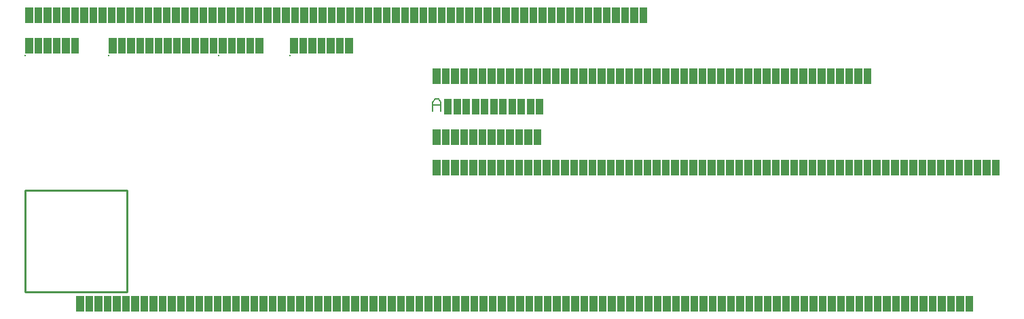
<source format=gbr>
G04 start of page 4 for group -1 layer_idx 268435461 *
G04 Title: text sizes (scales), <virtual group> *
G04 Creator: <version>
G04 CreationDate: <date>
G04 For: TEST *
G04 Format: Gerber/RS-274X *
G04 PCB-Dimensions: 50000 50000 *
G04 PCB-Coordinate-Origin: lower left *
%MOIN*%
%FSLAX25Y25*%
%LNLOGICAL_VIRTUAL_FAB_NONE*%
%ADD17C,0.0060*%
%ADD16C,0.0100*%
%ADD15C,0.0080*%
%ADD14C,0.0001*%
G54D14*G36*
X0Y125000D02*X3750D01*
Y117500D01*
X0D01*
Y125000D01*
G37*
G36*
X4500D02*X8250D01*
Y117500D01*
X4500D01*
Y125000D01*
G37*
G36*
X9000D02*X12750D01*
Y117500D01*
X9000D01*
Y125000D01*
G37*
G36*
X13500D02*X17250D01*
Y117500D01*
X13500D01*
Y125000D01*
G37*
G36*
X18000D02*X21750D01*
Y117500D01*
X18000D01*
Y125000D01*
G37*
G36*
X22500D02*X26250D01*
Y117500D01*
X22500D01*
Y125000D01*
G37*
G54D15*X0Y116500D03*
G54D14*G36*
X41000Y125000D02*X44750D01*
Y117500D01*
X41000D01*
Y125000D01*
G37*
G36*
X45500D02*X49250D01*
Y117500D01*
X45500D01*
Y125000D01*
G37*
G36*
X50000D02*X53750D01*
Y117500D01*
X50000D01*
Y125000D01*
G37*
G36*
X54500D02*X58250D01*
Y117500D01*
X54500D01*
Y125000D01*
G37*
G36*
X59000D02*X62750D01*
Y117500D01*
X59000D01*
Y125000D01*
G37*
G36*
X63500D02*X67250D01*
Y117500D01*
X63500D01*
Y125000D01*
G37*
G36*
X68000D02*X71750D01*
Y117500D01*
X68000D01*
Y125000D01*
G37*
G36*
X72500D02*X76250D01*
Y117500D01*
X72500D01*
Y125000D01*
G37*
G36*
X77000D02*X80750D01*
Y117500D01*
X77000D01*
Y125000D01*
G37*
G36*
X81500D02*X85250D01*
Y117500D01*
X81500D01*
Y125000D01*
G37*
G36*
X86000D02*X89750D01*
Y117500D01*
X86000D01*
Y125000D01*
G37*
G36*
X90500D02*X94250D01*
Y117500D01*
X90500D01*
Y125000D01*
G37*
G54D15*X41000Y116500D03*
G54D14*G36*
X95000Y125000D02*X98750D01*
Y117500D01*
X95000D01*
Y125000D01*
G37*
G36*
X99500D02*X103250D01*
Y117500D01*
X99500D01*
Y125000D01*
G37*
G36*
X104000D02*X107750D01*
Y117500D01*
X104000D01*
Y125000D01*
G37*
G36*
X108500D02*X112250D01*
Y117500D01*
X108500D01*
Y125000D01*
G37*
G36*
X113000D02*X116750D01*
Y117500D01*
X113000D01*
Y125000D01*
G37*
G54D15*X95000Y116500D03*
G54D14*G36*
X130000Y125000D02*X133750D01*
Y117500D01*
X130000D01*
Y125000D01*
G37*
G36*
X134500D02*X138250D01*
Y117500D01*
X134500D01*
Y125000D01*
G37*
G36*
X139000D02*X142750D01*
Y117500D01*
X139000D01*
Y125000D01*
G37*
G36*
X143500D02*X147250D01*
Y117500D01*
X143500D01*
Y125000D01*
G37*
G36*
X148000D02*X151750D01*
Y117500D01*
X148000D01*
Y125000D01*
G37*
G36*
X152500D02*X156250D01*
Y117500D01*
X152500D01*
Y125000D01*
G37*
G36*
X157000D02*X160750D01*
Y117500D01*
X157000D01*
Y125000D01*
G37*
G54D15*X130000Y116500D03*
G54D14*G36*
X0Y140000D02*X3750D01*
Y132500D01*
X0D01*
Y140000D01*
G37*
G36*
X4500D02*X8250D01*
Y132500D01*
X4500D01*
Y140000D01*
G37*
G36*
X9000D02*X12750D01*
Y132500D01*
X9000D01*
Y140000D01*
G37*
G36*
X13500D02*X17250D01*
Y132500D01*
X13500D01*
Y140000D01*
G37*
G36*
X18000D02*X21750D01*
Y132500D01*
X18000D01*
Y140000D01*
G37*
G36*
X22500D02*X26250D01*
Y132500D01*
X22500D01*
Y140000D01*
G37*
G36*
X27000D02*X30750D01*
Y132500D01*
X27000D01*
Y140000D01*
G37*
G36*
X31500D02*X35250D01*
Y132500D01*
X31500D01*
Y140000D01*
G37*
G36*
X36000D02*X39750D01*
Y132500D01*
X36000D01*
Y140000D01*
G37*
G36*
X40500D02*X44250D01*
Y132500D01*
X40500D01*
Y140000D01*
G37*
G36*
X45000D02*X48750D01*
Y132500D01*
X45000D01*
Y140000D01*
G37*
G36*
X49500D02*X53250D01*
Y132500D01*
X49500D01*
Y140000D01*
G37*
G36*
X54000D02*X57750D01*
Y132500D01*
X54000D01*
Y140000D01*
G37*
G36*
X58500D02*X62250D01*
Y132500D01*
X58500D01*
Y140000D01*
G37*
G36*
X63000D02*X66750D01*
Y132500D01*
X63000D01*
Y140000D01*
G37*
G36*
X67500D02*X71250D01*
Y132500D01*
X67500D01*
Y140000D01*
G37*
G36*
X72000D02*X75750D01*
Y132500D01*
X72000D01*
Y140000D01*
G37*
G36*
X76500D02*X80250D01*
Y132500D01*
X76500D01*
Y140000D01*
G37*
G36*
X81000D02*X84750D01*
Y132500D01*
X81000D01*
Y140000D01*
G37*
G36*
X85500D02*X89250D01*
Y132500D01*
X85500D01*
Y140000D01*
G37*
G36*
X90000D02*X93750D01*
Y132500D01*
X90000D01*
Y140000D01*
G37*
G36*
X94500D02*X98250D01*
Y132500D01*
X94500D01*
Y140000D01*
G37*
G36*
X99000D02*X102750D01*
Y132500D01*
X99000D01*
Y140000D01*
G37*
G36*
X103500D02*X107250D01*
Y132500D01*
X103500D01*
Y140000D01*
G37*
G36*
X108000D02*X111750D01*
Y132500D01*
X108000D01*
Y140000D01*
G37*
G36*
X112500D02*X116250D01*
Y132500D01*
X112500D01*
Y140000D01*
G37*
G36*
X117000D02*X120750D01*
Y132500D01*
X117000D01*
Y140000D01*
G37*
G36*
X121500D02*X125250D01*
Y132500D01*
X121500D01*
Y140000D01*
G37*
G36*
X126000D02*X129750D01*
Y132500D01*
X126000D01*
Y140000D01*
G37*
G36*
X130500D02*X134250D01*
Y132500D01*
X130500D01*
Y140000D01*
G37*
G36*
X135000D02*X138750D01*
Y132500D01*
X135000D01*
Y140000D01*
G37*
G36*
X139500D02*X143250D01*
Y132500D01*
X139500D01*
Y140000D01*
G37*
G36*
X144000D02*X147750D01*
Y132500D01*
X144000D01*
Y140000D01*
G37*
G36*
X148500D02*X152250D01*
Y132500D01*
X148500D01*
Y140000D01*
G37*
G36*
X153000D02*X156750D01*
Y132500D01*
X153000D01*
Y140000D01*
G37*
G36*
X157500D02*X161250D01*
Y132500D01*
X157500D01*
Y140000D01*
G37*
G36*
X162000D02*X165750D01*
Y132500D01*
X162000D01*
Y140000D01*
G37*
G36*
X166500D02*X170250D01*
Y132500D01*
X166500D01*
Y140000D01*
G37*
G36*
X171000D02*X174750D01*
Y132500D01*
X171000D01*
Y140000D01*
G37*
G36*
X175500D02*X179250D01*
Y132500D01*
X175500D01*
Y140000D01*
G37*
G36*
X180000D02*X183750D01*
Y132500D01*
X180000D01*
Y140000D01*
G37*
G36*
X184500D02*X188250D01*
Y132500D01*
X184500D01*
Y140000D01*
G37*
G36*
X189000D02*X192750D01*
Y132500D01*
X189000D01*
Y140000D01*
G37*
G36*
X193500D02*X197250D01*
Y132500D01*
X193500D01*
Y140000D01*
G37*
G36*
X198000D02*X201750D01*
Y132500D01*
X198000D01*
Y140000D01*
G37*
G36*
X202500D02*X206250D01*
Y132500D01*
X202500D01*
Y140000D01*
G37*
G36*
X207000D02*X210750D01*
Y132500D01*
X207000D01*
Y140000D01*
G37*
G36*
X211500D02*X215250D01*
Y132500D01*
X211500D01*
Y140000D01*
G37*
G36*
X216000D02*X219750D01*
Y132500D01*
X216000D01*
Y140000D01*
G37*
G36*
X220500D02*X224250D01*
Y132500D01*
X220500D01*
Y140000D01*
G37*
G36*
X225000D02*X228750D01*
Y132500D01*
X225000D01*
Y140000D01*
G37*
G36*
X229500D02*X233250D01*
Y132500D01*
X229500D01*
Y140000D01*
G37*
G36*
X234000D02*X237750D01*
Y132500D01*
X234000D01*
Y140000D01*
G37*
G36*
X238500D02*X242250D01*
Y132500D01*
X238500D01*
Y140000D01*
G37*
G36*
X243000D02*X246750D01*
Y132500D01*
X243000D01*
Y140000D01*
G37*
G36*
X247500D02*X251250D01*
Y132500D01*
X247500D01*
Y140000D01*
G37*
G36*
X252000D02*X255750D01*
Y132500D01*
X252000D01*
Y140000D01*
G37*
G36*
X256500D02*X260250D01*
Y132500D01*
X256500D01*
Y140000D01*
G37*
G36*
X261000D02*X264750D01*
Y132500D01*
X261000D01*
Y140000D01*
G37*
G36*
X265500D02*X269250D01*
Y132500D01*
X265500D01*
Y140000D01*
G37*
G36*
X270000D02*X273750D01*
Y132500D01*
X270000D01*
Y140000D01*
G37*
G36*
X274500D02*X278250D01*
Y132500D01*
X274500D01*
Y140000D01*
G37*
G36*
X279000D02*X282750D01*
Y132500D01*
X279000D01*
Y140000D01*
G37*
G36*
X283500D02*X287250D01*
Y132500D01*
X283500D01*
Y140000D01*
G37*
G36*
X288000D02*X291750D01*
Y132500D01*
X288000D01*
Y140000D01*
G37*
G36*
X292500D02*X296250D01*
Y132500D01*
X292500D01*
Y140000D01*
G37*
G36*
X297000D02*X300750D01*
Y132500D01*
X297000D01*
Y140000D01*
G37*
G36*
X301500D02*X305250D01*
Y132500D01*
X301500D01*
Y140000D01*
G37*
G54D16*X0Y50000D02*X50000D01*
X0D02*Y0D01*
X50000Y50000D02*Y0D01*
X0D02*X50000D01*
G54D14*G36*
X200000Y65000D02*X203750D01*
Y57500D01*
X200000D01*
Y65000D01*
G37*
G36*
X204500D02*X208250D01*
Y57500D01*
X204500D01*
Y65000D01*
G37*
G36*
X209000D02*X212750D01*
Y57500D01*
X209000D01*
Y65000D01*
G37*
G36*
X213500D02*X217250D01*
Y57500D01*
X213500D01*
Y65000D01*
G37*
G36*
X218000D02*X221750D01*
Y57500D01*
X218000D01*
Y65000D01*
G37*
G36*
X222500D02*X226250D01*
Y57500D01*
X222500D01*
Y65000D01*
G37*
G36*
X227000D02*X230750D01*
Y57500D01*
X227000D01*
Y65000D01*
G37*
G36*
X231500D02*X235250D01*
Y57500D01*
X231500D01*
Y65000D01*
G37*
G36*
X236000D02*X239750D01*
Y57500D01*
X236000D01*
Y65000D01*
G37*
G36*
X240500D02*X244250D01*
Y57500D01*
X240500D01*
Y65000D01*
G37*
G36*
X245000D02*X248750D01*
Y57500D01*
X245000D01*
Y65000D01*
G37*
G36*
X249500D02*X253250D01*
Y57500D01*
X249500D01*
Y65000D01*
G37*
G36*
X254000D02*X257750D01*
Y57500D01*
X254000D01*
Y65000D01*
G37*
G36*
X258500D02*X262250D01*
Y57500D01*
X258500D01*
Y65000D01*
G37*
G36*
X263000D02*X266750D01*
Y57500D01*
X263000D01*
Y65000D01*
G37*
G36*
X267500D02*X271250D01*
Y57500D01*
X267500D01*
Y65000D01*
G37*
G36*
X272000D02*X275750D01*
Y57500D01*
X272000D01*
Y65000D01*
G37*
G36*
X276500D02*X280250D01*
Y57500D01*
X276500D01*
Y65000D01*
G37*
G36*
X281000D02*X284750D01*
Y57500D01*
X281000D01*
Y65000D01*
G37*
G36*
X285500D02*X289250D01*
Y57500D01*
X285500D01*
Y65000D01*
G37*
G36*
X290000D02*X293750D01*
Y57500D01*
X290000D01*
Y65000D01*
G37*
G36*
X294500D02*X298250D01*
Y57500D01*
X294500D01*
Y65000D01*
G37*
G36*
X299000D02*X302750D01*
Y57500D01*
X299000D01*
Y65000D01*
G37*
G36*
X303500D02*X307250D01*
Y57500D01*
X303500D01*
Y65000D01*
G37*
G36*
X308000D02*X311750D01*
Y57500D01*
X308000D01*
Y65000D01*
G37*
G36*
X312500D02*X316250D01*
Y57500D01*
X312500D01*
Y65000D01*
G37*
G36*
X317000D02*X320750D01*
Y57500D01*
X317000D01*
Y65000D01*
G37*
G36*
X321500D02*X325250D01*
Y57500D01*
X321500D01*
Y65000D01*
G37*
G36*
X326000D02*X329750D01*
Y57500D01*
X326000D01*
Y65000D01*
G37*
G36*
X330500D02*X334250D01*
Y57500D01*
X330500D01*
Y65000D01*
G37*
G36*
X335000D02*X338750D01*
Y57500D01*
X335000D01*
Y65000D01*
G37*
G36*
X339500D02*X343250D01*
Y57500D01*
X339500D01*
Y65000D01*
G37*
G36*
X344000D02*X347750D01*
Y57500D01*
X344000D01*
Y65000D01*
G37*
G36*
X348500D02*X352250D01*
Y57500D01*
X348500D01*
Y65000D01*
G37*
G36*
X353000D02*X356750D01*
Y57500D01*
X353000D01*
Y65000D01*
G37*
G36*
X357500D02*X361250D01*
Y57500D01*
X357500D01*
Y65000D01*
G37*
G36*
X362000D02*X365750D01*
Y57500D01*
X362000D01*
Y65000D01*
G37*
G36*
X366500D02*X370250D01*
Y57500D01*
X366500D01*
Y65000D01*
G37*
G36*
X371000D02*X374750D01*
Y57500D01*
X371000D01*
Y65000D01*
G37*
G36*
X375500D02*X379250D01*
Y57500D01*
X375500D01*
Y65000D01*
G37*
G36*
X380000D02*X383750D01*
Y57500D01*
X380000D01*
Y65000D01*
G37*
G36*
X384500D02*X388250D01*
Y57500D01*
X384500D01*
Y65000D01*
G37*
G36*
X389000D02*X392750D01*
Y57500D01*
X389000D01*
Y65000D01*
G37*
G36*
X393500D02*X397250D01*
Y57500D01*
X393500D01*
Y65000D01*
G37*
G36*
X398000D02*X401750D01*
Y57500D01*
X398000D01*
Y65000D01*
G37*
G36*
X402500D02*X406250D01*
Y57500D01*
X402500D01*
Y65000D01*
G37*
G36*
X407000D02*X410750D01*
Y57500D01*
X407000D01*
Y65000D01*
G37*
G36*
X411500D02*X415250D01*
Y57500D01*
X411500D01*
Y65000D01*
G37*
G36*
X416000D02*X419750D01*
Y57500D01*
X416000D01*
Y65000D01*
G37*
G36*
X420500D02*X424250D01*
Y57500D01*
X420500D01*
Y65000D01*
G37*
G36*
X425000D02*X428750D01*
Y57500D01*
X425000D01*
Y65000D01*
G37*
G36*
X429500D02*X433250D01*
Y57500D01*
X429500D01*
Y65000D01*
G37*
G36*
X434000D02*X437750D01*
Y57500D01*
X434000D01*
Y65000D01*
G37*
G36*
X438500D02*X442250D01*
Y57500D01*
X438500D01*
Y65000D01*
G37*
G36*
X443000D02*X446750D01*
Y57500D01*
X443000D01*
Y65000D01*
G37*
G36*
X447500D02*X451250D01*
Y57500D01*
X447500D01*
Y65000D01*
G37*
G36*
X452000D02*X455750D01*
Y57500D01*
X452000D01*
Y65000D01*
G37*
G36*
X456500D02*X460250D01*
Y57500D01*
X456500D01*
Y65000D01*
G37*
G36*
X461000D02*X464750D01*
Y57500D01*
X461000D01*
Y65000D01*
G37*
G36*
X465500D02*X469250D01*
Y57500D01*
X465500D01*
Y65000D01*
G37*
G36*
X470000D02*X473750D01*
Y57500D01*
X470000D01*
Y65000D01*
G37*
G36*
X474500D02*X478250D01*
Y57500D01*
X474500D01*
Y65000D01*
G37*
G36*
X25000Y-2000D02*X28750D01*
Y-9500D01*
X25000D01*
Y-2000D01*
G37*
G36*
X29500D02*X33250D01*
Y-9500D01*
X29500D01*
Y-2000D01*
G37*
G36*
X34000D02*X37750D01*
Y-9500D01*
X34000D01*
Y-2000D01*
G37*
G36*
X38500D02*X42250D01*
Y-9500D01*
X38500D01*
Y-2000D01*
G37*
G36*
X43000D02*X46750D01*
Y-9500D01*
X43000D01*
Y-2000D01*
G37*
G36*
X47500D02*X51250D01*
Y-9500D01*
X47500D01*
Y-2000D01*
G37*
G36*
X52000D02*X55750D01*
Y-9500D01*
X52000D01*
Y-2000D01*
G37*
G36*
X56500D02*X60250D01*
Y-9500D01*
X56500D01*
Y-2000D01*
G37*
G36*
X61000D02*X64750D01*
Y-9500D01*
X61000D01*
Y-2000D01*
G37*
G36*
X65500D02*X69250D01*
Y-9500D01*
X65500D01*
Y-2000D01*
G37*
G36*
X70000D02*X73750D01*
Y-9500D01*
X70000D01*
Y-2000D01*
G37*
G36*
X74500D02*X78250D01*
Y-9500D01*
X74500D01*
Y-2000D01*
G37*
G36*
X79000D02*X82750D01*
Y-9500D01*
X79000D01*
Y-2000D01*
G37*
G36*
X83500D02*X87250D01*
Y-9500D01*
X83500D01*
Y-2000D01*
G37*
G36*
X88000D02*X91750D01*
Y-9500D01*
X88000D01*
Y-2000D01*
G37*
G36*
X92500D02*X96250D01*
Y-9500D01*
X92500D01*
Y-2000D01*
G37*
G36*
X97000D02*X100750D01*
Y-9500D01*
X97000D01*
Y-2000D01*
G37*
G36*
X101500D02*X105250D01*
Y-9500D01*
X101500D01*
Y-2000D01*
G37*
G36*
X106000D02*X109750D01*
Y-9500D01*
X106000D01*
Y-2000D01*
G37*
G36*
X110500D02*X114250D01*
Y-9500D01*
X110500D01*
Y-2000D01*
G37*
G36*
X115000D02*X118750D01*
Y-9500D01*
X115000D01*
Y-2000D01*
G37*
G36*
X119500D02*X123250D01*
Y-9500D01*
X119500D01*
Y-2000D01*
G37*
G36*
X124000D02*X127750D01*
Y-9500D01*
X124000D01*
Y-2000D01*
G37*
G36*
X128500D02*X132250D01*
Y-9500D01*
X128500D01*
Y-2000D01*
G37*
G36*
X133000D02*X136750D01*
Y-9500D01*
X133000D01*
Y-2000D01*
G37*
G36*
X137500D02*X141250D01*
Y-9500D01*
X137500D01*
Y-2000D01*
G37*
G36*
X142000D02*X145750D01*
Y-9500D01*
X142000D01*
Y-2000D01*
G37*
G36*
X146500D02*X150250D01*
Y-9500D01*
X146500D01*
Y-2000D01*
G37*
G36*
X151000D02*X154750D01*
Y-9500D01*
X151000D01*
Y-2000D01*
G37*
G36*
X155500D02*X159250D01*
Y-9500D01*
X155500D01*
Y-2000D01*
G37*
G36*
X160000D02*X163750D01*
Y-9500D01*
X160000D01*
Y-2000D01*
G37*
G36*
X164500D02*X168250D01*
Y-9500D01*
X164500D01*
Y-2000D01*
G37*
G36*
X169000D02*X172750D01*
Y-9500D01*
X169000D01*
Y-2000D01*
G37*
G36*
X173500D02*X177250D01*
Y-9500D01*
X173500D01*
Y-2000D01*
G37*
G36*
X178000D02*X181750D01*
Y-9500D01*
X178000D01*
Y-2000D01*
G37*
G36*
X182500D02*X186250D01*
Y-9500D01*
X182500D01*
Y-2000D01*
G37*
G36*
X187000D02*X190750D01*
Y-9500D01*
X187000D01*
Y-2000D01*
G37*
G36*
X191500D02*X195250D01*
Y-9500D01*
X191500D01*
Y-2000D01*
G37*
G36*
X196000D02*X199750D01*
Y-9500D01*
X196000D01*
Y-2000D01*
G37*
G36*
X200500D02*X204250D01*
Y-9500D01*
X200500D01*
Y-2000D01*
G37*
G36*
X205000D02*X208750D01*
Y-9500D01*
X205000D01*
Y-2000D01*
G37*
G36*
X209500D02*X213250D01*
Y-9500D01*
X209500D01*
Y-2000D01*
G37*
G36*
X214000D02*X217750D01*
Y-9500D01*
X214000D01*
Y-2000D01*
G37*
G36*
X218500D02*X222250D01*
Y-9500D01*
X218500D01*
Y-2000D01*
G37*
G36*
X223000D02*X226750D01*
Y-9500D01*
X223000D01*
Y-2000D01*
G37*
G36*
X227500D02*X231250D01*
Y-9500D01*
X227500D01*
Y-2000D01*
G37*
G36*
X232000D02*X235750D01*
Y-9500D01*
X232000D01*
Y-2000D01*
G37*
G36*
X236500D02*X240250D01*
Y-9500D01*
X236500D01*
Y-2000D01*
G37*
G36*
X241000D02*X244750D01*
Y-9500D01*
X241000D01*
Y-2000D01*
G37*
G36*
X245500D02*X249250D01*
Y-9500D01*
X245500D01*
Y-2000D01*
G37*
G36*
X250000D02*X253750D01*
Y-9500D01*
X250000D01*
Y-2000D01*
G37*
G36*
X254500D02*X258250D01*
Y-9500D01*
X254500D01*
Y-2000D01*
G37*
G36*
X259000D02*X262750D01*
Y-9500D01*
X259000D01*
Y-2000D01*
G37*
G36*
X263500D02*X267250D01*
Y-9500D01*
X263500D01*
Y-2000D01*
G37*
G36*
X268000D02*X271750D01*
Y-9500D01*
X268000D01*
Y-2000D01*
G37*
G36*
X272500D02*X276250D01*
Y-9500D01*
X272500D01*
Y-2000D01*
G37*
G36*
X277000D02*X280750D01*
Y-9500D01*
X277000D01*
Y-2000D01*
G37*
G36*
X281500D02*X285250D01*
Y-9500D01*
X281500D01*
Y-2000D01*
G37*
G36*
X286000D02*X289750D01*
Y-9500D01*
X286000D01*
Y-2000D01*
G37*
G36*
X290500D02*X294250D01*
Y-9500D01*
X290500D01*
Y-2000D01*
G37*
G36*
X295000D02*X298750D01*
Y-9500D01*
X295000D01*
Y-2000D01*
G37*
G36*
X299500D02*X303250D01*
Y-9500D01*
X299500D01*
Y-2000D01*
G37*
G36*
X304000D02*X307750D01*
Y-9500D01*
X304000D01*
Y-2000D01*
G37*
G36*
X308500D02*X312250D01*
Y-9500D01*
X308500D01*
Y-2000D01*
G37*
G36*
X313000D02*X316750D01*
Y-9500D01*
X313000D01*
Y-2000D01*
G37*
G36*
X317500D02*X321250D01*
Y-9500D01*
X317500D01*
Y-2000D01*
G37*
G36*
X322000D02*X325750D01*
Y-9500D01*
X322000D01*
Y-2000D01*
G37*
G36*
X326500D02*X330250D01*
Y-9500D01*
X326500D01*
Y-2000D01*
G37*
G36*
X331000D02*X334750D01*
Y-9500D01*
X331000D01*
Y-2000D01*
G37*
G36*
X335500D02*X339250D01*
Y-9500D01*
X335500D01*
Y-2000D01*
G37*
G36*
X340000D02*X343750D01*
Y-9500D01*
X340000D01*
Y-2000D01*
G37*
G36*
X344500D02*X348250D01*
Y-9500D01*
X344500D01*
Y-2000D01*
G37*
G36*
X349000D02*X352750D01*
Y-9500D01*
X349000D01*
Y-2000D01*
G37*
G36*
X353500D02*X357250D01*
Y-9500D01*
X353500D01*
Y-2000D01*
G37*
G36*
X358000D02*X361750D01*
Y-9500D01*
X358000D01*
Y-2000D01*
G37*
G36*
X362500D02*X366250D01*
Y-9500D01*
X362500D01*
Y-2000D01*
G37*
G36*
X367000D02*X370750D01*
Y-9500D01*
X367000D01*
Y-2000D01*
G37*
G36*
X371500D02*X375250D01*
Y-9500D01*
X371500D01*
Y-2000D01*
G37*
G36*
X376000D02*X379750D01*
Y-9500D01*
X376000D01*
Y-2000D01*
G37*
G36*
X380500D02*X384250D01*
Y-9500D01*
X380500D01*
Y-2000D01*
G37*
G36*
X385000D02*X388750D01*
Y-9500D01*
X385000D01*
Y-2000D01*
G37*
G36*
X389500D02*X393250D01*
Y-9500D01*
X389500D01*
Y-2000D01*
G37*
G36*
X394000D02*X397750D01*
Y-9500D01*
X394000D01*
Y-2000D01*
G37*
G36*
X398500D02*X402250D01*
Y-9500D01*
X398500D01*
Y-2000D01*
G37*
G36*
X403000D02*X406751D01*
Y-9500D01*
X403000D01*
Y-2000D01*
G37*
G36*
X407501D02*X411251D01*
Y-9500D01*
X407501D01*
Y-2000D01*
G37*
G36*
X412001D02*X415751D01*
Y-9500D01*
X412001D01*
Y-2000D01*
G37*
G36*
X416501D02*X420251D01*
Y-9500D01*
X416501D01*
Y-2000D01*
G37*
G36*
X421001D02*X424751D01*
Y-9500D01*
X421001D01*
Y-2000D01*
G37*
G36*
X425501D02*X429251D01*
Y-9500D01*
X425501D01*
Y-2000D01*
G37*
G36*
X430001D02*X433751D01*
Y-9500D01*
X430001D01*
Y-2000D01*
G37*
G36*
X434501D02*X438251D01*
Y-9500D01*
X434501D01*
Y-2000D01*
G37*
G36*
X439001D02*X442751D01*
Y-9500D01*
X439001D01*
Y-2000D01*
G37*
G36*
X443501D02*X447251D01*
Y-9500D01*
X443501D01*
Y-2000D01*
G37*
G36*
X448001D02*X451751D01*
Y-9500D01*
X448001D01*
Y-2000D01*
G37*
G36*
X452501D02*X456251D01*
Y-9500D01*
X452501D01*
Y-2000D01*
G37*
G36*
X457001D02*X460751D01*
Y-9500D01*
X457001D01*
Y-2000D01*
G37*
G36*
X461501D02*X465251D01*
Y-9500D01*
X461501D01*
Y-2000D01*
G37*
G36*
X200000Y80000D02*X203750D01*
Y72500D01*
X200000D01*
Y80000D01*
G37*
G36*
X204500D02*X208250D01*
Y72500D01*
X204500D01*
Y80000D01*
G37*
G36*
X209000D02*X212750D01*
Y72500D01*
X209000D01*
Y80000D01*
G37*
G36*
X213500D02*X217250D01*
Y72500D01*
X213500D01*
Y80000D01*
G37*
G36*
X218000D02*X221750D01*
Y72500D01*
X218000D01*
Y80000D01*
G37*
G36*
X222500D02*X226250D01*
Y72500D01*
X222500D01*
Y80000D01*
G37*
G36*
X227000D02*X230750D01*
Y72500D01*
X227000D01*
Y80000D01*
G37*
G36*
X231500D02*X235250D01*
Y72500D01*
X231500D01*
Y80000D01*
G37*
G36*
X236000D02*X239750D01*
Y72500D01*
X236000D01*
Y80000D01*
G37*
G36*
X240500D02*X244250D01*
Y72500D01*
X240500D01*
Y80000D01*
G37*
G36*
X245000D02*X248750D01*
Y72500D01*
X245000D01*
Y80000D01*
G37*
G36*
X249500D02*X253250D01*
Y72500D01*
X249500D01*
Y80000D01*
G37*
G54D17*X200000Y93500D02*Y89000D01*
Y93500D02*X201050Y95000D01*
X202700D01*
X203750Y93500D01*
Y89000D01*
X200000Y92000D02*X203750D01*
G54D14*G36*
X205550Y95000D02*X209300D01*
Y87500D01*
X205550D01*
Y95000D01*
G37*
G36*
X210050D02*X213800D01*
Y87500D01*
X210050D01*
Y95000D01*
G37*
G36*
X214550D02*X218300D01*
Y87500D01*
X214550D01*
Y95000D01*
G37*
G36*
X219050D02*X222800D01*
Y87500D01*
X219050D01*
Y95000D01*
G37*
G36*
X223550D02*X227300D01*
Y87500D01*
X223550D01*
Y95000D01*
G37*
G36*
X228050D02*X231800D01*
Y87500D01*
X228050D01*
Y95000D01*
G37*
G36*
X232550D02*X236300D01*
Y87500D01*
X232550D01*
Y95000D01*
G37*
G36*
X237050D02*X240800D01*
Y87500D01*
X237050D01*
Y95000D01*
G37*
G36*
X241550D02*X245300D01*
Y87500D01*
X241550D01*
Y95000D01*
G37*
G36*
X246050D02*X249800D01*
Y87500D01*
X246050D01*
Y95000D01*
G37*
G36*
X250550D02*X254300D01*
Y87500D01*
X250550D01*
Y95000D01*
G37*
G36*
X200000Y110000D02*X203750D01*
Y102500D01*
X200000D01*
Y110000D01*
G37*
G36*
X204500D02*X208250D01*
Y102500D01*
X204500D01*
Y110000D01*
G37*
G36*
X209000D02*X212750D01*
Y102500D01*
X209000D01*
Y110000D01*
G37*
G36*
X213500D02*X217250D01*
Y102500D01*
X213500D01*
Y110000D01*
G37*
G36*
X218000D02*X221750D01*
Y102500D01*
X218000D01*
Y110000D01*
G37*
G36*
X222500D02*X226250D01*
Y102500D01*
X222500D01*
Y110000D01*
G37*
G36*
X227000D02*X230750D01*
Y102500D01*
X227000D01*
Y110000D01*
G37*
G36*
X231500D02*X235250D01*
Y102500D01*
X231500D01*
Y110000D01*
G37*
G36*
X236000D02*X239750D01*
Y102500D01*
X236000D01*
Y110000D01*
G37*
G36*
X240500D02*X244250D01*
Y102500D01*
X240500D01*
Y110000D01*
G37*
G36*
X245000D02*X248750D01*
Y102500D01*
X245000D01*
Y110000D01*
G37*
G36*
X249500D02*X253250D01*
Y102500D01*
X249500D01*
Y110000D01*
G37*
G36*
X254000D02*X257750D01*
Y102500D01*
X254000D01*
Y110000D01*
G37*
G36*
X258500D02*X262250D01*
Y102500D01*
X258500D01*
Y110000D01*
G37*
G36*
X263000D02*X266750D01*
Y102500D01*
X263000D01*
Y110000D01*
G37*
G36*
X267500D02*X271250D01*
Y102500D01*
X267500D01*
Y110000D01*
G37*
G36*
X272000D02*X275750D01*
Y102500D01*
X272000D01*
Y110000D01*
G37*
G36*
X276500D02*X280250D01*
Y102500D01*
X276500D01*
Y110000D01*
G37*
G36*
X281000D02*X284750D01*
Y102500D01*
X281000D01*
Y110000D01*
G37*
G36*
X285500D02*X289250D01*
Y102500D01*
X285500D01*
Y110000D01*
G37*
G36*
X290000D02*X293750D01*
Y102500D01*
X290000D01*
Y110000D01*
G37*
G36*
X294500D02*X298250D01*
Y102500D01*
X294500D01*
Y110000D01*
G37*
G36*
X299000D02*X302750D01*
Y102500D01*
X299000D01*
Y110000D01*
G37*
G36*
X303500D02*X307250D01*
Y102500D01*
X303500D01*
Y110000D01*
G37*
G36*
X308000D02*X311750D01*
Y102500D01*
X308000D01*
Y110000D01*
G37*
G36*
X312500D02*X316250D01*
Y102500D01*
X312500D01*
Y110000D01*
G37*
G36*
X317000D02*X320750D01*
Y102500D01*
X317000D01*
Y110000D01*
G37*
G36*
X321500D02*X325250D01*
Y102500D01*
X321500D01*
Y110000D01*
G37*
G36*
X326000D02*X329750D01*
Y102500D01*
X326000D01*
Y110000D01*
G37*
G36*
X330500D02*X334250D01*
Y102500D01*
X330500D01*
Y110000D01*
G37*
G36*
X335000D02*X338750D01*
Y102500D01*
X335000D01*
Y110000D01*
G37*
G36*
X339500D02*X343250D01*
Y102500D01*
X339500D01*
Y110000D01*
G37*
G36*
X344000D02*X347750D01*
Y102500D01*
X344000D01*
Y110000D01*
G37*
G36*
X348500D02*X352250D01*
Y102500D01*
X348500D01*
Y110000D01*
G37*
G36*
X353000D02*X356750D01*
Y102500D01*
X353000D01*
Y110000D01*
G37*
G36*
X357500D02*X361250D01*
Y102500D01*
X357500D01*
Y110000D01*
G37*
G36*
X362000D02*X365750D01*
Y102500D01*
X362000D01*
Y110000D01*
G37*
G36*
X366500D02*X370250D01*
Y102500D01*
X366500D01*
Y110000D01*
G37*
G36*
X371000D02*X374750D01*
Y102500D01*
X371000D01*
Y110000D01*
G37*
G36*
X375500D02*X379250D01*
Y102500D01*
X375500D01*
Y110000D01*
G37*
G36*
X380000D02*X383750D01*
Y102500D01*
X380000D01*
Y110000D01*
G37*
G36*
X384500D02*X388250D01*
Y102500D01*
X384500D01*
Y110000D01*
G37*
G36*
X389000D02*X392750D01*
Y102500D01*
X389000D01*
Y110000D01*
G37*
G36*
X393500D02*X397250D01*
Y102500D01*
X393500D01*
Y110000D01*
G37*
G36*
X398000D02*X401750D01*
Y102500D01*
X398000D01*
Y110000D01*
G37*
G36*
X402500D02*X406250D01*
Y102500D01*
X402500D01*
Y110000D01*
G37*
G36*
X407000D02*X410750D01*
Y102500D01*
X407000D01*
Y110000D01*
G37*
G36*
X411500D02*X415250D01*
Y102500D01*
X411500D01*
Y110000D01*
G37*
M02*

</source>
